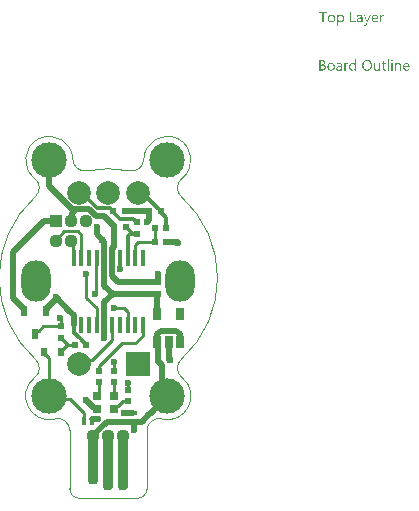
<source format=gtl>
G04*
G04 #@! TF.GenerationSoftware,Altium Limited,Altium Designer,21.9.2 (33)*
G04*
G04 Layer_Physical_Order=1*
G04 Layer_Color=255*
%FSAX25Y25*%
%MOIN*%
G70*
G04*
G04 #@! TF.SameCoordinates,A6586CB6-8B30-4D09-AE0A-FB24D08DFB98*
G04*
G04*
G04 #@! TF.FilePolarity,Positive*
G04*
G01*
G75*
%ADD10C,0.00591*%
%ADD11C,0.00787*%
%ADD12C,0.00394*%
%ADD15R,0.03150X0.02559*%
%ADD16R,0.02165X0.01968*%
%ADD17R,0.01575X0.05315*%
%ADD18R,0.02362X0.03543*%
%ADD19R,0.02165X0.01968*%
%ADD20R,0.02756X0.03937*%
%ADD21R,0.01968X0.02165*%
%ADD23R,0.01968X0.02165*%
G04:AMPARAMS|DCode=24|XSize=35.43mil|YSize=169.29mil|CornerRadius=13.82mil|HoleSize=0mil|Usage=FLASHONLY|Rotation=180.000|XOffset=0mil|YOffset=0mil|HoleType=Round|Shape=RoundedRectangle|*
%AMROUNDEDRECTD24*
21,1,0.03543,0.14165,0,0,180.0*
21,1,0.00780,0.16929,0,0,180.0*
1,1,0.02764,-0.00390,0.07083*
1,1,0.02764,0.00390,0.07083*
1,1,0.02764,0.00390,-0.07083*
1,1,0.02764,-0.00390,-0.07083*
%
%ADD24ROUNDEDRECTD24*%
G04:AMPARAMS|DCode=25|XSize=35.43mil|YSize=188.98mil|CornerRadius=13.82mil|HoleSize=0mil|Usage=FLASHONLY|Rotation=180.000|XOffset=0mil|YOffset=0mil|HoleType=Round|Shape=RoundedRectangle|*
%AMROUNDEDRECTD25*
21,1,0.03543,0.16134,0,0,180.0*
21,1,0.00780,0.18898,0,0,180.0*
1,1,0.02764,-0.00390,0.08067*
1,1,0.02764,0.00390,0.08067*
1,1,0.02764,0.00390,-0.08067*
1,1,0.02764,-0.00390,-0.08067*
%
%ADD25ROUNDEDRECTD25*%
%ADD37C,0.04370*%
%ADD45R,0.01575X0.02756*%
%ADD46R,0.02756X0.01575*%
%ADD47R,0.02362X0.03150*%
%ADD48C,0.00984*%
%ADD49C,0.01968*%
%ADD50C,0.01181*%
%ADD51C,0.01378*%
%ADD52C,0.11811*%
%ADD53R,0.04370X0.04370*%
%ADD54O,0.09843X0.13780*%
%ADD55R,0.07874X0.07874*%
%ADD56C,0.07874*%
%ADD57C,0.02362*%
G36*
X0077616Y0087789D02*
X0077660Y0087783D01*
X0077703Y0087776D01*
X0077814Y0087752D01*
X0077938Y0087714D01*
X0078062Y0087653D01*
X0078124Y0087615D01*
X0078186Y0087566D01*
X0078241Y0087516D01*
X0078297Y0087454D01*
X0078303Y0087448D01*
X0078310Y0087442D01*
X0078322Y0087417D01*
X0078341Y0087393D01*
X0078359Y0087362D01*
X0078384Y0087318D01*
X0078409Y0087269D01*
X0078433Y0087219D01*
X0078458Y0087157D01*
X0078483Y0087089D01*
X0078508Y0087015D01*
X0078526Y0086935D01*
X0078557Y0086755D01*
X0078570Y0086656D01*
Y0086551D01*
Y0086545D01*
Y0086526D01*
Y0086489D01*
X0078563Y0086445D01*
Y0086396D01*
X0078551Y0086334D01*
X0078545Y0086266D01*
X0078532Y0086192D01*
X0078495Y0086031D01*
X0078440Y0085864D01*
X0078402Y0085783D01*
X0078365Y0085703D01*
X0078316Y0085622D01*
X0078260Y0085548D01*
X0078254Y0085542D01*
X0078248Y0085529D01*
X0078229Y0085511D01*
X0078204Y0085492D01*
X0078173Y0085461D01*
X0078136Y0085430D01*
X0078093Y0085393D01*
X0078043Y0085362D01*
X0077988Y0085325D01*
X0077926Y0085288D01*
X0077777Y0085232D01*
X0077697Y0085207D01*
X0077616Y0085189D01*
X0077523Y0085177D01*
X0077424Y0085170D01*
X0077375D01*
X0077344Y0085177D01*
X0077301Y0085183D01*
X0077257Y0085195D01*
X0077146Y0085220D01*
X0077028Y0085269D01*
X0076960Y0085307D01*
X0076898Y0085344D01*
X0076836Y0085393D01*
X0076781Y0085449D01*
X0076719Y0085511D01*
X0076669Y0085585D01*
X0076657D01*
Y0084075D01*
X0076254D01*
Y0087739D01*
X0076657D01*
Y0087294D01*
X0076669D01*
X0076675Y0087300D01*
X0076682Y0087318D01*
X0076700Y0087343D01*
X0076725Y0087374D01*
X0076756Y0087411D01*
X0076793Y0087454D01*
X0076836Y0087498D01*
X0076892Y0087547D01*
X0076948Y0087591D01*
X0077010Y0087634D01*
X0077084Y0087677D01*
X0077158Y0087714D01*
X0077245Y0087752D01*
X0077338Y0087776D01*
X0077431Y0087789D01*
X0077536Y0087795D01*
X0077585D01*
X0077616Y0087789D01*
D02*
G37*
G36*
X0091729Y0087776D02*
X0091804Y0087770D01*
X0091847Y0087758D01*
X0091878Y0087745D01*
Y0087331D01*
X0091872Y0087337D01*
X0091860Y0087343D01*
X0091835Y0087356D01*
X0091804Y0087374D01*
X0091760Y0087386D01*
X0091705Y0087399D01*
X0091643Y0087405D01*
X0091575Y0087411D01*
X0091562D01*
X0091531Y0087405D01*
X0091482Y0087399D01*
X0091426Y0087380D01*
X0091352Y0087349D01*
X0091284Y0087306D01*
X0091210Y0087244D01*
X0091141Y0087164D01*
X0091135Y0087151D01*
X0091117Y0087120D01*
X0091086Y0087064D01*
X0091055Y0086990D01*
X0091024Y0086897D01*
X0090993Y0086780D01*
X0090974Y0086650D01*
X0090968Y0086501D01*
Y0085226D01*
X0090566D01*
Y0087739D01*
X0090968D01*
Y0087219D01*
X0090980D01*
Y0087226D01*
X0090987Y0087232D01*
X0090999Y0087263D01*
X0091018Y0087312D01*
X0091049Y0087374D01*
X0091079Y0087436D01*
X0091129Y0087504D01*
X0091179Y0087572D01*
X0091241Y0087634D01*
X0091247Y0087640D01*
X0091271Y0087659D01*
X0091309Y0087683D01*
X0091358Y0087708D01*
X0091414Y0087733D01*
X0091482Y0087758D01*
X0091556Y0087776D01*
X0091637Y0087783D01*
X0091692D01*
X0091729Y0087776D01*
D02*
G37*
G36*
X0086350Y0084824D02*
X0086344Y0084818D01*
X0086338Y0084793D01*
X0086319Y0084750D01*
X0086295Y0084700D01*
X0086264Y0084644D01*
X0086220Y0084576D01*
X0086177Y0084508D01*
X0086128Y0084434D01*
X0086066Y0084360D01*
X0086004Y0084291D01*
X0085930Y0084223D01*
X0085849Y0084168D01*
X0085769Y0084118D01*
X0085676Y0084075D01*
X0085583Y0084050D01*
X0085478Y0084044D01*
X0085422D01*
X0085385Y0084050D01*
X0085304Y0084062D01*
X0085218Y0084081D01*
Y0084440D01*
X0085224D01*
X0085242Y0084434D01*
X0085267Y0084428D01*
X0085298Y0084421D01*
X0085372Y0084403D01*
X0085453Y0084397D01*
X0085465D01*
X0085502Y0084403D01*
X0085558Y0084415D01*
X0085626Y0084440D01*
X0085700Y0084483D01*
X0085738Y0084514D01*
X0085775Y0084551D01*
X0085812Y0084588D01*
X0085849Y0084638D01*
X0085880Y0084694D01*
X0085911Y0084756D01*
X0086115Y0085226D01*
X0085131Y0087739D01*
X0085577D01*
X0086257Y0085802D01*
Y0085796D01*
X0086264Y0085783D01*
X0086270Y0085765D01*
X0086276Y0085740D01*
X0086282Y0085703D01*
X0086295Y0085666D01*
X0086307Y0085610D01*
X0086326D01*
Y0085622D01*
X0086338Y0085659D01*
X0086350Y0085715D01*
X0086375Y0085796D01*
X0087087Y0087739D01*
X0087502D01*
X0086350Y0084824D01*
D02*
G37*
G36*
X0083943Y0087789D02*
X0083998Y0087783D01*
X0084066Y0087764D01*
X0084141Y0087745D01*
X0084221Y0087714D01*
X0084308Y0087677D01*
X0084388Y0087628D01*
X0084469Y0087566D01*
X0084543Y0087492D01*
X0084611Y0087399D01*
X0084667Y0087294D01*
X0084710Y0087170D01*
X0084735Y0087027D01*
X0084747Y0086860D01*
Y0085226D01*
X0084345D01*
Y0085616D01*
X0084332D01*
Y0085610D01*
X0084320Y0085597D01*
X0084308Y0085573D01*
X0084283Y0085548D01*
X0084221Y0085474D01*
X0084141Y0085393D01*
X0084029Y0085313D01*
X0083899Y0085238D01*
X0083819Y0085214D01*
X0083738Y0085189D01*
X0083652Y0085177D01*
X0083559Y0085170D01*
X0083522D01*
X0083497Y0085177D01*
X0083429Y0085183D01*
X0083348Y0085195D01*
X0083249Y0085220D01*
X0083156Y0085251D01*
X0083057Y0085300D01*
X0082971Y0085362D01*
X0082964Y0085375D01*
X0082940Y0085399D01*
X0082903Y0085443D01*
X0082865Y0085505D01*
X0082828Y0085579D01*
X0082791Y0085666D01*
X0082766Y0085771D01*
X0082760Y0085888D01*
Y0085895D01*
Y0085919D01*
X0082766Y0085957D01*
X0082773Y0086000D01*
X0082785Y0086056D01*
X0082803Y0086118D01*
X0082828Y0086186D01*
X0082865Y0086254D01*
X0082909Y0086328D01*
X0082964Y0086402D01*
X0083033Y0086470D01*
X0083113Y0086532D01*
X0083206Y0086594D01*
X0083317Y0086644D01*
X0083441Y0086681D01*
X0083590Y0086712D01*
X0084345Y0086817D01*
Y0086823D01*
Y0086842D01*
X0084339Y0086879D01*
Y0086916D01*
X0084326Y0086966D01*
X0084320Y0087021D01*
X0084283Y0087139D01*
X0084252Y0087195D01*
X0084221Y0087250D01*
X0084178Y0087306D01*
X0084128Y0087356D01*
X0084066Y0087399D01*
X0083998Y0087430D01*
X0083918Y0087448D01*
X0083825Y0087454D01*
X0083781D01*
X0083751Y0087448D01*
X0083707D01*
X0083664Y0087436D01*
X0083552Y0087417D01*
X0083429Y0087380D01*
X0083293Y0087325D01*
X0083218Y0087287D01*
X0083150Y0087250D01*
X0083076Y0087201D01*
X0083008Y0087145D01*
Y0087560D01*
X0083014D01*
X0083026Y0087572D01*
X0083045Y0087585D01*
X0083076Y0087597D01*
X0083107Y0087615D01*
X0083150Y0087634D01*
X0083200Y0087653D01*
X0083255Y0087677D01*
X0083379Y0087721D01*
X0083528Y0087758D01*
X0083689Y0087783D01*
X0083862Y0087795D01*
X0083899D01*
X0083943Y0087789D01*
D02*
G37*
G36*
X0081052Y0085597D02*
X0082463D01*
Y0085226D01*
X0080637D01*
Y0088742D01*
X0081052D01*
Y0085597D01*
D02*
G37*
G36*
X0072813Y0088371D02*
X0071798D01*
Y0085226D01*
X0071389D01*
Y0088371D01*
X0070374D01*
Y0088742D01*
X0072813D01*
Y0088371D01*
D02*
G37*
G36*
X0089006Y0087789D02*
X0089049Y0087783D01*
X0089093Y0087776D01*
X0089204Y0087758D01*
X0089328Y0087714D01*
X0089452Y0087659D01*
X0089513Y0087622D01*
X0089575Y0087578D01*
X0089631Y0087529D01*
X0089687Y0087473D01*
X0089693Y0087467D01*
X0089699Y0087461D01*
X0089712Y0087442D01*
X0089730Y0087417D01*
X0089749Y0087380D01*
X0089773Y0087343D01*
X0089798Y0087300D01*
X0089823Y0087244D01*
X0089848Y0087182D01*
X0089872Y0087120D01*
X0089897Y0087046D01*
X0089916Y0086966D01*
X0089934Y0086879D01*
X0089947Y0086792D01*
X0089959Y0086693D01*
Y0086588D01*
Y0086377D01*
X0088183D01*
Y0086371D01*
Y0086359D01*
Y0086340D01*
X0088189Y0086309D01*
X0088195Y0086272D01*
Y0086235D01*
X0088214Y0086136D01*
X0088244Y0086037D01*
X0088282Y0085926D01*
X0088337Y0085820D01*
X0088406Y0085728D01*
X0088418Y0085715D01*
X0088443Y0085690D01*
X0088492Y0085659D01*
X0088560Y0085616D01*
X0088647Y0085573D01*
X0088746Y0085542D01*
X0088863Y0085517D01*
X0089000Y0085505D01*
X0089043D01*
X0089074Y0085511D01*
X0089111D01*
X0089154Y0085517D01*
X0089260Y0085542D01*
X0089377Y0085573D01*
X0089507Y0085622D01*
X0089644Y0085690D01*
X0089712Y0085734D01*
X0089780Y0085783D01*
Y0085406D01*
X0089773D01*
X0089767Y0085393D01*
X0089749Y0085387D01*
X0089718Y0085369D01*
X0089687Y0085350D01*
X0089650Y0085331D01*
X0089600Y0085313D01*
X0089551Y0085288D01*
X0089489Y0085263D01*
X0089421Y0085245D01*
X0089272Y0085207D01*
X0089099Y0085183D01*
X0088907Y0085170D01*
X0088857D01*
X0088820Y0085177D01*
X0088777Y0085183D01*
X0088721Y0085189D01*
X0088604Y0085214D01*
X0088467Y0085251D01*
X0088331Y0085313D01*
X0088263Y0085356D01*
X0088195Y0085399D01*
X0088133Y0085449D01*
X0088071Y0085511D01*
X0088065Y0085517D01*
X0088059Y0085529D01*
X0088046Y0085548D01*
X0088022Y0085573D01*
X0088003Y0085610D01*
X0087978Y0085653D01*
X0087947Y0085703D01*
X0087923Y0085759D01*
X0087892Y0085820D01*
X0087867Y0085895D01*
X0087836Y0085975D01*
X0087817Y0086062D01*
X0087799Y0086155D01*
X0087780Y0086254D01*
X0087774Y0086359D01*
X0087768Y0086470D01*
Y0086476D01*
Y0086495D01*
Y0086526D01*
X0087774Y0086569D01*
X0087780Y0086619D01*
X0087787Y0086675D01*
X0087793Y0086743D01*
X0087811Y0086811D01*
X0087848Y0086959D01*
X0087904Y0087120D01*
X0087941Y0087201D01*
X0087991Y0087275D01*
X0088040Y0087356D01*
X0088096Y0087424D01*
X0088102Y0087430D01*
X0088115Y0087442D01*
X0088133Y0087461D01*
X0088158Y0087479D01*
X0088189Y0087510D01*
X0088226Y0087541D01*
X0088275Y0087572D01*
X0088325Y0087609D01*
X0088443Y0087677D01*
X0088585Y0087739D01*
X0088665Y0087758D01*
X0088746Y0087776D01*
X0088833Y0087789D01*
X0088925Y0087795D01*
X0088975D01*
X0089006Y0087789D01*
D02*
G37*
G36*
X0074515D02*
X0074558Y0087783D01*
X0074614Y0087776D01*
X0074738Y0087752D01*
X0074880Y0087708D01*
X0075023Y0087646D01*
X0075097Y0087609D01*
X0075165Y0087566D01*
X0075233Y0087510D01*
X0075295Y0087448D01*
X0075301Y0087442D01*
X0075307Y0087430D01*
X0075326Y0087411D01*
X0075345Y0087386D01*
X0075369Y0087349D01*
X0075394Y0087306D01*
X0075425Y0087256D01*
X0075456Y0087201D01*
X0075481Y0087133D01*
X0075512Y0087064D01*
X0075537Y0086984D01*
X0075561Y0086897D01*
X0075580Y0086805D01*
X0075598Y0086705D01*
X0075604Y0086600D01*
X0075611Y0086489D01*
Y0086483D01*
Y0086464D01*
Y0086433D01*
X0075604Y0086390D01*
X0075598Y0086340D01*
X0075592Y0086278D01*
X0075580Y0086216D01*
X0075567Y0086142D01*
X0075530Y0085994D01*
X0075468Y0085833D01*
X0075431Y0085752D01*
X0075382Y0085672D01*
X0075332Y0085597D01*
X0075270Y0085529D01*
X0075264Y0085523D01*
X0075252Y0085517D01*
X0075233Y0085498D01*
X0075208Y0085474D01*
X0075171Y0085449D01*
X0075134Y0085418D01*
X0075085Y0085381D01*
X0075029Y0085350D01*
X0074967Y0085319D01*
X0074899Y0085282D01*
X0074825Y0085251D01*
X0074744Y0085226D01*
X0074657Y0085201D01*
X0074565Y0085189D01*
X0074466Y0085177D01*
X0074360Y0085170D01*
X0074305D01*
X0074268Y0085177D01*
X0074224Y0085183D01*
X0074168Y0085189D01*
X0074107Y0085201D01*
X0074038Y0085214D01*
X0073896Y0085257D01*
X0073748Y0085319D01*
X0073673Y0085356D01*
X0073605Y0085406D01*
X0073537Y0085455D01*
X0073469Y0085517D01*
X0073463Y0085523D01*
X0073457Y0085536D01*
X0073438Y0085554D01*
X0073419Y0085579D01*
X0073395Y0085616D01*
X0073364Y0085659D01*
X0073333Y0085709D01*
X0073308Y0085765D01*
X0073277Y0085833D01*
X0073246Y0085901D01*
X0073215Y0085975D01*
X0073190Y0086062D01*
X0073153Y0086247D01*
X0073147Y0086347D01*
X0073141Y0086452D01*
Y0086458D01*
Y0086483D01*
Y0086514D01*
X0073147Y0086557D01*
X0073153Y0086607D01*
X0073159Y0086668D01*
X0073172Y0086737D01*
X0073184Y0086811D01*
X0073221Y0086972D01*
X0073283Y0087133D01*
X0073327Y0087213D01*
X0073370Y0087294D01*
X0073419Y0087368D01*
X0073481Y0087436D01*
X0073488Y0087442D01*
X0073500Y0087454D01*
X0073519Y0087467D01*
X0073543Y0087492D01*
X0073580Y0087516D01*
X0073624Y0087547D01*
X0073673Y0087585D01*
X0073729Y0087615D01*
X0073791Y0087646D01*
X0073865Y0087683D01*
X0073939Y0087714D01*
X0074026Y0087739D01*
X0074113Y0087764D01*
X0074212Y0087783D01*
X0074317Y0087789D01*
X0074422Y0087795D01*
X0074478D01*
X0074515Y0087789D01*
D02*
G37*
G36*
X0094583Y0072803D02*
X0094608D01*
X0094664Y0072779D01*
X0094695Y0072760D01*
X0094726Y0072735D01*
X0094732Y0072729D01*
X0094738Y0072723D01*
X0094769Y0072686D01*
X0094794Y0072624D01*
X0094800Y0072587D01*
X0094806Y0072550D01*
Y0072543D01*
Y0072531D01*
X0094800Y0072513D01*
X0094794Y0072488D01*
X0094775Y0072426D01*
X0094750Y0072395D01*
X0094726Y0072364D01*
X0094719D01*
X0094713Y0072351D01*
X0094676Y0072327D01*
X0094620Y0072302D01*
X0094583Y0072296D01*
X0094546Y0072290D01*
X0094527D01*
X0094509Y0072296D01*
X0094484D01*
X0094422Y0072321D01*
X0094391Y0072333D01*
X0094360Y0072358D01*
Y0072364D01*
X0094348Y0072370D01*
X0094336Y0072389D01*
X0094323Y0072407D01*
X0094298Y0072469D01*
X0094292Y0072506D01*
X0094286Y0072550D01*
Y0072556D01*
Y0072568D01*
X0094292Y0072587D01*
X0094298Y0072618D01*
X0094317Y0072673D01*
X0094336Y0072704D01*
X0094360Y0072735D01*
X0094366Y0072742D01*
X0094373Y0072748D01*
X0094410Y0072772D01*
X0094472Y0072797D01*
X0094509Y0072810D01*
X0094564D01*
X0094583Y0072803D01*
D02*
G37*
G36*
X0082593Y0069139D02*
X0082191D01*
Y0069560D01*
X0082178D01*
Y0069554D01*
X0082166Y0069541D01*
X0082147Y0069516D01*
X0082129Y0069485D01*
X0082098Y0069448D01*
X0082061Y0069411D01*
X0082017Y0069368D01*
X0081968Y0069325D01*
X0081912Y0069275D01*
X0081844Y0069232D01*
X0081776Y0069195D01*
X0081695Y0069157D01*
X0081615Y0069126D01*
X0081522Y0069102D01*
X0081423Y0069089D01*
X0081318Y0069083D01*
X0081275D01*
X0081238Y0069089D01*
X0081200Y0069096D01*
X0081151Y0069102D01*
X0081046Y0069126D01*
X0080922Y0069164D01*
X0080798Y0069226D01*
X0080730Y0069263D01*
X0080674Y0069306D01*
X0080612Y0069362D01*
X0080557Y0069417D01*
Y0069424D01*
X0080544Y0069436D01*
X0080532Y0069455D01*
X0080513Y0069479D01*
X0080495Y0069510D01*
X0080470Y0069554D01*
X0080445Y0069603D01*
X0080420Y0069659D01*
X0080389Y0069721D01*
X0080365Y0069789D01*
X0080340Y0069863D01*
X0080321Y0069944D01*
X0080303Y0070030D01*
X0080290Y0070129D01*
X0080284Y0070228D01*
X0080278Y0070334D01*
Y0070340D01*
Y0070358D01*
Y0070395D01*
X0080284Y0070439D01*
X0080290Y0070488D01*
X0080297Y0070550D01*
X0080303Y0070618D01*
X0080315Y0070693D01*
X0080352Y0070854D01*
X0080408Y0071021D01*
X0080445Y0071101D01*
X0080489Y0071182D01*
X0080532Y0071256D01*
X0080588Y0071330D01*
X0080594Y0071336D01*
X0080600Y0071349D01*
X0080618Y0071367D01*
X0080643Y0071392D01*
X0080674Y0071417D01*
X0080717Y0071448D01*
X0080761Y0071485D01*
X0080810Y0071522D01*
X0080934Y0071590D01*
X0081077Y0071652D01*
X0081157Y0071671D01*
X0081244Y0071689D01*
X0081330Y0071702D01*
X0081429Y0071708D01*
X0081479D01*
X0081516Y0071702D01*
X0081553Y0071695D01*
X0081603Y0071689D01*
X0081714Y0071658D01*
X0081838Y0071609D01*
X0081900Y0071578D01*
X0081962Y0071534D01*
X0082024Y0071491D01*
X0082079Y0071435D01*
X0082129Y0071373D01*
X0082178Y0071299D01*
X0082191D01*
Y0072859D01*
X0082593D01*
Y0069139D01*
D02*
G37*
G36*
X0096861Y0071702D02*
X0096935Y0071695D01*
X0097028Y0071677D01*
X0097127Y0071646D01*
X0097232Y0071596D01*
X0097338Y0071528D01*
X0097381Y0071491D01*
X0097424Y0071442D01*
X0097437Y0071429D01*
X0097461Y0071392D01*
X0097492Y0071330D01*
X0097536Y0071244D01*
X0097573Y0071138D01*
X0097610Y0071008D01*
X0097635Y0070854D01*
X0097641Y0070674D01*
Y0069139D01*
X0097239D01*
Y0070569D01*
Y0070575D01*
Y0070606D01*
X0097232Y0070643D01*
Y0070693D01*
X0097220Y0070754D01*
X0097208Y0070823D01*
X0097189Y0070897D01*
X0097164Y0070971D01*
X0097133Y0071045D01*
X0097096Y0071114D01*
X0097047Y0071182D01*
X0096991Y0071244D01*
X0096929Y0071293D01*
X0096849Y0071330D01*
X0096762Y0071361D01*
X0096657Y0071367D01*
X0096644D01*
X0096607Y0071361D01*
X0096552Y0071355D01*
X0096483Y0071336D01*
X0096403Y0071312D01*
X0096316Y0071268D01*
X0096236Y0071213D01*
X0096155Y0071138D01*
X0096149Y0071126D01*
X0096124Y0071101D01*
X0096093Y0071052D01*
X0096056Y0070983D01*
X0096019Y0070903D01*
X0095988Y0070804D01*
X0095964Y0070693D01*
X0095957Y0070569D01*
Y0069139D01*
X0095555D01*
Y0071652D01*
X0095957D01*
Y0071231D01*
X0095970D01*
X0095976Y0071237D01*
X0095982Y0071250D01*
X0096001Y0071275D01*
X0096025Y0071305D01*
X0096050Y0071342D01*
X0096087Y0071380D01*
X0096131Y0071423D01*
X0096180Y0071473D01*
X0096236Y0071516D01*
X0096298Y0071559D01*
X0096366Y0071596D01*
X0096440Y0071633D01*
X0096514Y0071664D01*
X0096601Y0071689D01*
X0096694Y0071702D01*
X0096793Y0071708D01*
X0096830D01*
X0096861Y0071702D01*
D02*
G37*
G36*
X0079863Y0071689D02*
X0079937Y0071683D01*
X0079981Y0071671D01*
X0080012Y0071658D01*
Y0071244D01*
X0080006Y0071250D01*
X0079993Y0071256D01*
X0079969Y0071268D01*
X0079937Y0071287D01*
X0079894Y0071299D01*
X0079839Y0071312D01*
X0079777Y0071318D01*
X0079708Y0071324D01*
X0079696D01*
X0079665Y0071318D01*
X0079616Y0071312D01*
X0079560Y0071293D01*
X0079486Y0071262D01*
X0079418Y0071219D01*
X0079343Y0071157D01*
X0079275Y0071076D01*
X0079269Y0071064D01*
X0079251Y0071033D01*
X0079220Y0070977D01*
X0079189Y0070903D01*
X0079158Y0070810D01*
X0079127Y0070693D01*
X0079108Y0070563D01*
X0079102Y0070414D01*
Y0069139D01*
X0078699D01*
Y0071652D01*
X0079102D01*
Y0071132D01*
X0079114D01*
Y0071138D01*
X0079120Y0071144D01*
X0079133Y0071175D01*
X0079151Y0071225D01*
X0079182Y0071287D01*
X0079213Y0071349D01*
X0079263Y0071417D01*
X0079312Y0071485D01*
X0079374Y0071547D01*
X0079380Y0071553D01*
X0079405Y0071572D01*
X0079442Y0071596D01*
X0079492Y0071621D01*
X0079548Y0071646D01*
X0079616Y0071671D01*
X0079690Y0071689D01*
X0079770Y0071695D01*
X0079826D01*
X0079863Y0071689D01*
D02*
G37*
G36*
X0090603Y0069139D02*
X0090201D01*
Y0069535D01*
X0090188D01*
Y0069529D01*
X0090176Y0069516D01*
X0090163Y0069492D01*
X0090139Y0069467D01*
X0090083Y0069393D01*
X0089996Y0069312D01*
X0089947Y0069269D01*
X0089891Y0069226D01*
X0089829Y0069188D01*
X0089755Y0069151D01*
X0089681Y0069126D01*
X0089600Y0069102D01*
X0089507Y0069089D01*
X0089414Y0069083D01*
X0089377D01*
X0089334Y0069089D01*
X0089272Y0069102D01*
X0089204Y0069114D01*
X0089130Y0069139D01*
X0089049Y0069170D01*
X0088969Y0069219D01*
X0088882Y0069275D01*
X0088802Y0069343D01*
X0088727Y0069430D01*
X0088659Y0069535D01*
X0088597Y0069653D01*
X0088554Y0069795D01*
X0088529Y0069962D01*
X0088517Y0070049D01*
Y0070148D01*
Y0071652D01*
X0088913D01*
Y0070210D01*
Y0070204D01*
Y0070179D01*
X0088919Y0070135D01*
X0088925Y0070086D01*
X0088932Y0070024D01*
X0088944Y0069962D01*
X0088963Y0069888D01*
X0088987Y0069814D01*
X0089025Y0069739D01*
X0089062Y0069671D01*
X0089111Y0069603D01*
X0089173Y0069541D01*
X0089241Y0069492D01*
X0089322Y0069455D01*
X0089421Y0069424D01*
X0089526Y0069417D01*
X0089538D01*
X0089575Y0069424D01*
X0089631Y0069430D01*
X0089693Y0069442D01*
X0089773Y0069473D01*
X0089854Y0069510D01*
X0089934Y0069560D01*
X0090009Y0069634D01*
X0090015Y0069647D01*
X0090040Y0069671D01*
X0090071Y0069721D01*
X0090108Y0069789D01*
X0090139Y0069869D01*
X0090170Y0069968D01*
X0090194Y0070080D01*
X0090201Y0070204D01*
Y0071652D01*
X0090603D01*
Y0069139D01*
D02*
G37*
G36*
X0094738D02*
X0094336D01*
Y0071652D01*
X0094738D01*
Y0069139D01*
D02*
G37*
G36*
X0093518D02*
X0093116D01*
Y0072859D01*
X0093518D01*
Y0069139D01*
D02*
G37*
G36*
X0077140Y0071702D02*
X0077195Y0071695D01*
X0077263Y0071677D01*
X0077338Y0071658D01*
X0077418Y0071627D01*
X0077505Y0071590D01*
X0077585Y0071541D01*
X0077666Y0071479D01*
X0077740Y0071404D01*
X0077808Y0071312D01*
X0077864Y0071206D01*
X0077907Y0071083D01*
X0077932Y0070940D01*
X0077944Y0070773D01*
Y0069139D01*
X0077542D01*
Y0069529D01*
X0077530D01*
Y0069523D01*
X0077517Y0069510D01*
X0077505Y0069485D01*
X0077480Y0069461D01*
X0077418Y0069387D01*
X0077338Y0069306D01*
X0077226Y0069226D01*
X0077096Y0069151D01*
X0077016Y0069126D01*
X0076935Y0069102D01*
X0076849Y0069089D01*
X0076756Y0069083D01*
X0076719D01*
X0076694Y0069089D01*
X0076626Y0069096D01*
X0076545Y0069108D01*
X0076446Y0069133D01*
X0076354Y0069164D01*
X0076254Y0069213D01*
X0076168Y0069275D01*
X0076162Y0069288D01*
X0076137Y0069312D01*
X0076100Y0069356D01*
X0076063Y0069417D01*
X0076025Y0069492D01*
X0075988Y0069578D01*
X0075964Y0069684D01*
X0075957Y0069801D01*
Y0069807D01*
Y0069832D01*
X0075964Y0069869D01*
X0075970Y0069913D01*
X0075982Y0069968D01*
X0076001Y0070030D01*
X0076025Y0070098D01*
X0076063Y0070166D01*
X0076106Y0070241D01*
X0076162Y0070315D01*
X0076230Y0070383D01*
X0076310Y0070445D01*
X0076403Y0070507D01*
X0076515Y0070556D01*
X0076638Y0070594D01*
X0076787Y0070625D01*
X0077542Y0070730D01*
Y0070736D01*
Y0070754D01*
X0077536Y0070792D01*
Y0070829D01*
X0077523Y0070878D01*
X0077517Y0070934D01*
X0077480Y0071052D01*
X0077449Y0071107D01*
X0077418Y0071163D01*
X0077375Y0071219D01*
X0077325Y0071268D01*
X0077263Y0071312D01*
X0077195Y0071342D01*
X0077115Y0071361D01*
X0077022Y0071367D01*
X0076979D01*
X0076948Y0071361D01*
X0076904D01*
X0076861Y0071349D01*
X0076750Y0071330D01*
X0076626Y0071293D01*
X0076490Y0071237D01*
X0076415Y0071200D01*
X0076347Y0071163D01*
X0076273Y0071114D01*
X0076205Y0071058D01*
Y0071473D01*
X0076211D01*
X0076224Y0071485D01*
X0076242Y0071497D01*
X0076273Y0071510D01*
X0076304Y0071528D01*
X0076347Y0071547D01*
X0076397Y0071565D01*
X0076453Y0071590D01*
X0076576Y0071633D01*
X0076725Y0071671D01*
X0076886Y0071695D01*
X0077059Y0071708D01*
X0077096D01*
X0077140Y0071702D01*
D02*
G37*
G36*
X0071451Y0072649D02*
X0071494D01*
X0071538Y0072642D01*
X0071637Y0072630D01*
X0071754Y0072599D01*
X0071878Y0072562D01*
X0071996Y0072506D01*
X0072101Y0072432D01*
X0072107D01*
X0072113Y0072420D01*
X0072144Y0072395D01*
X0072188Y0072345D01*
X0072237Y0072277D01*
X0072281Y0072191D01*
X0072324Y0072092D01*
X0072355Y0071980D01*
X0072367Y0071918D01*
Y0071850D01*
Y0071844D01*
Y0071838D01*
Y0071801D01*
X0072361Y0071745D01*
X0072349Y0071677D01*
X0072330Y0071590D01*
X0072299Y0071504D01*
X0072262Y0071417D01*
X0072206Y0071330D01*
X0072200Y0071318D01*
X0072175Y0071293D01*
X0072138Y0071256D01*
X0072089Y0071206D01*
X0072027Y0071157D01*
X0071952Y0071101D01*
X0071860Y0071058D01*
X0071761Y0071014D01*
Y0071008D01*
X0071779D01*
X0071798Y0071002D01*
X0071816Y0070996D01*
X0071884Y0070983D01*
X0071965Y0070959D01*
X0072052Y0070922D01*
X0072144Y0070878D01*
X0072237Y0070816D01*
X0072324Y0070736D01*
X0072336Y0070723D01*
X0072361Y0070693D01*
X0072392Y0070649D01*
X0072435Y0070581D01*
X0072472Y0070495D01*
X0072510Y0070395D01*
X0072534Y0070278D01*
X0072540Y0070148D01*
Y0070142D01*
Y0070129D01*
Y0070104D01*
X0072534Y0070074D01*
X0072528Y0070037D01*
X0072522Y0069993D01*
X0072497Y0069888D01*
X0072460Y0069770D01*
X0072404Y0069647D01*
X0072367Y0069591D01*
X0072324Y0069529D01*
X0072268Y0069473D01*
X0072212Y0069417D01*
X0072206D01*
X0072200Y0069405D01*
X0072181Y0069393D01*
X0072157Y0069374D01*
X0072126Y0069356D01*
X0072082Y0069331D01*
X0071990Y0069281D01*
X0071872Y0069226D01*
X0071736Y0069182D01*
X0071575Y0069151D01*
X0071494Y0069145D01*
X0071402Y0069139D01*
X0070374D01*
Y0072655D01*
X0071420D01*
X0071451Y0072649D01*
D02*
G37*
G36*
X0091946Y0071652D02*
X0092584D01*
Y0071305D01*
X0091946D01*
Y0069888D01*
Y0069876D01*
Y0069845D01*
X0091952Y0069801D01*
X0091958Y0069745D01*
X0091983Y0069628D01*
X0092002Y0069572D01*
X0092033Y0069529D01*
X0092039Y0069523D01*
X0092051Y0069510D01*
X0092070Y0069498D01*
X0092101Y0069479D01*
X0092138Y0069455D01*
X0092188Y0069442D01*
X0092250Y0069430D01*
X0092318Y0069424D01*
X0092342D01*
X0092373Y0069430D01*
X0092410Y0069436D01*
X0092497Y0069461D01*
X0092540Y0069479D01*
X0092584Y0069504D01*
Y0069157D01*
X0092577D01*
X0092559Y0069145D01*
X0092528Y0069139D01*
X0092485Y0069126D01*
X0092429Y0069114D01*
X0092367Y0069102D01*
X0092293Y0069096D01*
X0092206Y0069089D01*
X0092175D01*
X0092144Y0069096D01*
X0092101Y0069102D01*
X0092051Y0069114D01*
X0091996Y0069126D01*
X0091940Y0069151D01*
X0091878Y0069182D01*
X0091816Y0069219D01*
X0091754Y0069269D01*
X0091699Y0069325D01*
X0091649Y0069399D01*
X0091606Y0069479D01*
X0091575Y0069578D01*
X0091550Y0069690D01*
X0091544Y0069820D01*
Y0071305D01*
X0091117D01*
Y0071652D01*
X0091544D01*
Y0072265D01*
X0091946Y0072395D01*
Y0071652D01*
D02*
G37*
G36*
X0099473Y0071702D02*
X0099516Y0071695D01*
X0099560Y0071689D01*
X0099671Y0071671D01*
X0099795Y0071627D01*
X0099919Y0071572D01*
X0099981Y0071534D01*
X0100043Y0071491D01*
X0100098Y0071442D01*
X0100154Y0071386D01*
X0100160Y0071380D01*
X0100166Y0071373D01*
X0100179Y0071355D01*
X0100197Y0071330D01*
X0100216Y0071293D01*
X0100241Y0071256D01*
X0100266Y0071213D01*
X0100290Y0071157D01*
X0100315Y0071095D01*
X0100340Y0071033D01*
X0100364Y0070959D01*
X0100383Y0070878D01*
X0100402Y0070792D01*
X0100414Y0070705D01*
X0100426Y0070606D01*
Y0070501D01*
Y0070290D01*
X0098650D01*
Y0070284D01*
Y0070272D01*
Y0070253D01*
X0098656Y0070222D01*
X0098662Y0070185D01*
Y0070148D01*
X0098681Y0070049D01*
X0098712Y0069950D01*
X0098749Y0069838D01*
X0098805Y0069733D01*
X0098873Y0069640D01*
X0098885Y0069628D01*
X0098910Y0069603D01*
X0098959Y0069572D01*
X0099028Y0069529D01*
X0099114Y0069485D01*
X0099213Y0069455D01*
X0099331Y0069430D01*
X0099467Y0069417D01*
X0099510D01*
X0099541Y0069424D01*
X0099578D01*
X0099622Y0069430D01*
X0099727Y0069455D01*
X0099845Y0069485D01*
X0099975Y0069535D01*
X0100111Y0069603D01*
X0100179Y0069647D01*
X0100247Y0069696D01*
Y0069318D01*
X0100241D01*
X0100235Y0069306D01*
X0100216Y0069300D01*
X0100185Y0069281D01*
X0100154Y0069263D01*
X0100117Y0069244D01*
X0100067Y0069226D01*
X0100018Y0069201D01*
X0099956Y0069176D01*
X0099888Y0069157D01*
X0099739Y0069120D01*
X0099566Y0069096D01*
X0099374Y0069083D01*
X0099325D01*
X0099287Y0069089D01*
X0099244Y0069096D01*
X0099189Y0069102D01*
X0099071Y0069126D01*
X0098935Y0069164D01*
X0098799Y0069226D01*
X0098730Y0069269D01*
X0098662Y0069312D01*
X0098600Y0069362D01*
X0098539Y0069424D01*
X0098532Y0069430D01*
X0098526Y0069442D01*
X0098514Y0069461D01*
X0098489Y0069485D01*
X0098470Y0069523D01*
X0098446Y0069566D01*
X0098415Y0069616D01*
X0098390Y0069671D01*
X0098359Y0069733D01*
X0098334Y0069807D01*
X0098303Y0069888D01*
X0098285Y0069974D01*
X0098266Y0070067D01*
X0098248Y0070166D01*
X0098241Y0070272D01*
X0098235Y0070383D01*
Y0070389D01*
Y0070408D01*
Y0070439D01*
X0098241Y0070482D01*
X0098248Y0070532D01*
X0098254Y0070587D01*
X0098260Y0070655D01*
X0098278Y0070723D01*
X0098316Y0070872D01*
X0098371Y0071033D01*
X0098409Y0071114D01*
X0098458Y0071188D01*
X0098508Y0071268D01*
X0098563Y0071336D01*
X0098569Y0071342D01*
X0098582Y0071355D01*
X0098600Y0071373D01*
X0098625Y0071392D01*
X0098656Y0071423D01*
X0098693Y0071454D01*
X0098743Y0071485D01*
X0098792Y0071522D01*
X0098910Y0071590D01*
X0099052Y0071652D01*
X0099133Y0071671D01*
X0099213Y0071689D01*
X0099300Y0071702D01*
X0099393Y0071708D01*
X0099442D01*
X0099473Y0071702D01*
D02*
G37*
G36*
X0086431Y0072711D02*
X0086493Y0072704D01*
X0086567Y0072692D01*
X0086647Y0072673D01*
X0086734Y0072655D01*
X0086821Y0072630D01*
X0086920Y0072599D01*
X0087013Y0072556D01*
X0087112Y0072506D01*
X0087211Y0072451D01*
X0087304Y0072382D01*
X0087397Y0072308D01*
X0087483Y0072221D01*
X0087489Y0072215D01*
X0087502Y0072197D01*
X0087527Y0072172D01*
X0087551Y0072135D01*
X0087588Y0072085D01*
X0087625Y0072023D01*
X0087663Y0071955D01*
X0087706Y0071881D01*
X0087749Y0071788D01*
X0087787Y0071695D01*
X0087824Y0071590D01*
X0087861Y0071473D01*
X0087885Y0071355D01*
X0087910Y0071225D01*
X0087923Y0071083D01*
X0087929Y0070940D01*
Y0070928D01*
Y0070903D01*
Y0070860D01*
X0087923Y0070798D01*
X0087916Y0070723D01*
X0087904Y0070643D01*
X0087892Y0070550D01*
X0087873Y0070445D01*
X0087848Y0070340D01*
X0087817Y0070228D01*
X0087780Y0070117D01*
X0087737Y0070006D01*
X0087681Y0069888D01*
X0087619Y0069783D01*
X0087551Y0069677D01*
X0087471Y0069578D01*
X0087465Y0069572D01*
X0087452Y0069560D01*
X0087421Y0069535D01*
X0087390Y0069504D01*
X0087341Y0069461D01*
X0087285Y0069424D01*
X0087223Y0069374D01*
X0087149Y0069331D01*
X0087068Y0069288D01*
X0086976Y0069238D01*
X0086876Y0069201D01*
X0086765Y0069164D01*
X0086647Y0069126D01*
X0086524Y0069102D01*
X0086394Y0069089D01*
X0086251Y0069083D01*
X0086220D01*
X0086177Y0069089D01*
X0086128D01*
X0086066Y0069096D01*
X0085991Y0069108D01*
X0085911Y0069126D01*
X0085818Y0069145D01*
X0085725Y0069170D01*
X0085626Y0069201D01*
X0085527Y0069244D01*
X0085428Y0069288D01*
X0085329Y0069343D01*
X0085230Y0069411D01*
X0085137Y0069485D01*
X0085050Y0069572D01*
X0085044Y0069578D01*
X0085032Y0069597D01*
X0085007Y0069622D01*
X0084982Y0069659D01*
X0084945Y0069708D01*
X0084908Y0069770D01*
X0084871Y0069838D01*
X0084828Y0069919D01*
X0084784Y0070006D01*
X0084747Y0070098D01*
X0084710Y0070204D01*
X0084673Y0070321D01*
X0084648Y0070439D01*
X0084623Y0070569D01*
X0084611Y0070711D01*
X0084605Y0070854D01*
Y0070866D01*
Y0070891D01*
X0084611Y0070934D01*
Y0070996D01*
X0084617Y0071064D01*
X0084630Y0071151D01*
X0084642Y0071244D01*
X0084661Y0071342D01*
X0084685Y0071448D01*
X0084716Y0071559D01*
X0084753Y0071671D01*
X0084797Y0071782D01*
X0084852Y0071893D01*
X0084914Y0072005D01*
X0084982Y0072110D01*
X0085063Y0072209D01*
X0085069Y0072215D01*
X0085081Y0072234D01*
X0085112Y0072259D01*
X0085150Y0072290D01*
X0085193Y0072327D01*
X0085249Y0072370D01*
X0085317Y0072413D01*
X0085391Y0072463D01*
X0085478Y0072513D01*
X0085571Y0072556D01*
X0085669Y0072599D01*
X0085781Y0072636D01*
X0085905Y0072667D01*
X0086035Y0072698D01*
X0086171Y0072711D01*
X0086313Y0072717D01*
X0086381D01*
X0086431Y0072711D01*
D02*
G37*
G36*
X0074404Y0071702D02*
X0074447Y0071695D01*
X0074503Y0071689D01*
X0074626Y0071664D01*
X0074769Y0071621D01*
X0074911Y0071559D01*
X0074986Y0071522D01*
X0075054Y0071479D01*
X0075122Y0071423D01*
X0075184Y0071361D01*
X0075190Y0071355D01*
X0075196Y0071342D01*
X0075215Y0071324D01*
X0075233Y0071299D01*
X0075258Y0071262D01*
X0075283Y0071219D01*
X0075314Y0071169D01*
X0075345Y0071114D01*
X0075369Y0071045D01*
X0075400Y0070977D01*
X0075425Y0070897D01*
X0075450Y0070810D01*
X0075468Y0070717D01*
X0075487Y0070618D01*
X0075493Y0070513D01*
X0075499Y0070402D01*
Y0070395D01*
Y0070377D01*
Y0070346D01*
X0075493Y0070303D01*
X0075487Y0070253D01*
X0075481Y0070191D01*
X0075468Y0070129D01*
X0075456Y0070055D01*
X0075419Y0069907D01*
X0075357Y0069745D01*
X0075320Y0069665D01*
X0075270Y0069585D01*
X0075221Y0069510D01*
X0075159Y0069442D01*
X0075153Y0069436D01*
X0075140Y0069430D01*
X0075122Y0069411D01*
X0075097Y0069387D01*
X0075060Y0069362D01*
X0075023Y0069331D01*
X0074973Y0069294D01*
X0074918Y0069263D01*
X0074856Y0069232D01*
X0074787Y0069195D01*
X0074713Y0069164D01*
X0074633Y0069139D01*
X0074546Y0069114D01*
X0074453Y0069102D01*
X0074354Y0069089D01*
X0074249Y0069083D01*
X0074193D01*
X0074156Y0069089D01*
X0074113Y0069096D01*
X0074057Y0069102D01*
X0073995Y0069114D01*
X0073927Y0069126D01*
X0073785Y0069170D01*
X0073636Y0069232D01*
X0073562Y0069269D01*
X0073494Y0069318D01*
X0073426Y0069368D01*
X0073358Y0069430D01*
X0073351Y0069436D01*
X0073345Y0069448D01*
X0073327Y0069467D01*
X0073308Y0069492D01*
X0073283Y0069529D01*
X0073252Y0069572D01*
X0073221Y0069622D01*
X0073197Y0069677D01*
X0073166Y0069745D01*
X0073135Y0069814D01*
X0073104Y0069888D01*
X0073079Y0069974D01*
X0073042Y0070160D01*
X0073036Y0070259D01*
X0073030Y0070364D01*
Y0070371D01*
Y0070395D01*
Y0070426D01*
X0073036Y0070470D01*
X0073042Y0070519D01*
X0073048Y0070581D01*
X0073061Y0070649D01*
X0073073Y0070723D01*
X0073110Y0070885D01*
X0073172Y0071045D01*
X0073215Y0071126D01*
X0073259Y0071206D01*
X0073308Y0071281D01*
X0073370Y0071349D01*
X0073376Y0071355D01*
X0073388Y0071367D01*
X0073407Y0071380D01*
X0073432Y0071404D01*
X0073469Y0071429D01*
X0073512Y0071460D01*
X0073562Y0071497D01*
X0073618Y0071528D01*
X0073680Y0071559D01*
X0073754Y0071596D01*
X0073828Y0071627D01*
X0073915Y0071652D01*
X0074001Y0071677D01*
X0074100Y0071695D01*
X0074206Y0071702D01*
X0074311Y0071708D01*
X0074366D01*
X0074404Y0071702D01*
D02*
G37*
%LPC*%
G36*
X0077437Y0087454D02*
X0077406D01*
X0077381Y0087448D01*
X0077313Y0087442D01*
X0077232Y0087424D01*
X0077146Y0087393D01*
X0077047Y0087349D01*
X0076954Y0087287D01*
X0076867Y0087207D01*
X0076861Y0087195D01*
X0076836Y0087164D01*
X0076799Y0087114D01*
X0076762Y0087040D01*
X0076725Y0086953D01*
X0076688Y0086848D01*
X0076663Y0086730D01*
X0076657Y0086600D01*
Y0086247D01*
Y0086241D01*
Y0086235D01*
X0076663Y0086198D01*
X0076669Y0086136D01*
X0076682Y0086068D01*
X0076706Y0085981D01*
X0076744Y0085895D01*
X0076793Y0085808D01*
X0076861Y0085721D01*
X0076873Y0085715D01*
X0076898Y0085690D01*
X0076942Y0085653D01*
X0077004Y0085616D01*
X0077078Y0085573D01*
X0077164Y0085542D01*
X0077263Y0085517D01*
X0077375Y0085505D01*
X0077412D01*
X0077437Y0085511D01*
X0077499Y0085517D01*
X0077585Y0085542D01*
X0077672Y0085573D01*
X0077771Y0085622D01*
X0077864Y0085690D01*
X0077907Y0085734D01*
X0077944Y0085783D01*
Y0085789D01*
X0077951Y0085796D01*
X0077963Y0085814D01*
X0077975Y0085833D01*
X0077994Y0085864D01*
X0078013Y0085901D01*
X0078050Y0085988D01*
X0078087Y0086099D01*
X0078124Y0086229D01*
X0078149Y0086384D01*
X0078155Y0086563D01*
Y0086569D01*
Y0086582D01*
Y0086600D01*
Y0086631D01*
X0078149Y0086668D01*
X0078142Y0086705D01*
X0078130Y0086798D01*
X0078105Y0086904D01*
X0078074Y0087015D01*
X0078025Y0087120D01*
X0077963Y0087213D01*
X0077957Y0087226D01*
X0077926Y0087250D01*
X0077882Y0087287D01*
X0077827Y0087337D01*
X0077753Y0087380D01*
X0077660Y0087417D01*
X0077554Y0087442D01*
X0077437Y0087454D01*
D02*
G37*
G36*
X0084345Y0086495D02*
X0083738Y0086408D01*
X0083726D01*
X0083695Y0086402D01*
X0083645Y0086390D01*
X0083583Y0086377D01*
X0083515Y0086359D01*
X0083441Y0086334D01*
X0083379Y0086309D01*
X0083317Y0086272D01*
X0083311Y0086266D01*
X0083293Y0086254D01*
X0083274Y0086229D01*
X0083249Y0086192D01*
X0083218Y0086142D01*
X0083200Y0086080D01*
X0083181Y0086006D01*
X0083175Y0085919D01*
Y0085913D01*
Y0085888D01*
X0083181Y0085857D01*
X0083193Y0085814D01*
X0083206Y0085765D01*
X0083231Y0085715D01*
X0083262Y0085666D01*
X0083305Y0085616D01*
X0083311Y0085610D01*
X0083330Y0085597D01*
X0083361Y0085579D01*
X0083398Y0085560D01*
X0083447Y0085542D01*
X0083509Y0085523D01*
X0083577Y0085511D01*
X0083658Y0085505D01*
X0083670D01*
X0083707Y0085511D01*
X0083763Y0085517D01*
X0083831Y0085529D01*
X0083905Y0085554D01*
X0083992Y0085591D01*
X0084073Y0085647D01*
X0084147Y0085715D01*
X0084153Y0085728D01*
X0084178Y0085752D01*
X0084209Y0085796D01*
X0084246Y0085857D01*
X0084283Y0085938D01*
X0084314Y0086025D01*
X0084339Y0086130D01*
X0084345Y0086241D01*
Y0086495D01*
D02*
G37*
G36*
X0088919Y0087454D02*
X0088870D01*
X0088820Y0087442D01*
X0088752Y0087430D01*
X0088678Y0087405D01*
X0088591Y0087368D01*
X0088511Y0087318D01*
X0088430Y0087250D01*
X0088424Y0087244D01*
X0088399Y0087213D01*
X0088368Y0087170D01*
X0088325Y0087108D01*
X0088282Y0087034D01*
X0088244Y0086941D01*
X0088214Y0086835D01*
X0088189Y0086718D01*
X0089544D01*
Y0086724D01*
Y0086737D01*
Y0086749D01*
Y0086774D01*
X0089538Y0086842D01*
X0089526Y0086916D01*
X0089501Y0087009D01*
X0089476Y0087095D01*
X0089433Y0087182D01*
X0089377Y0087263D01*
X0089371Y0087269D01*
X0089346Y0087294D01*
X0089309Y0087325D01*
X0089260Y0087362D01*
X0089192Y0087393D01*
X0089111Y0087424D01*
X0089025Y0087448D01*
X0088919Y0087454D01*
D02*
G37*
G36*
X0074391D02*
X0074354D01*
X0074329Y0087448D01*
X0074255Y0087442D01*
X0074168Y0087424D01*
X0074069Y0087393D01*
X0073964Y0087343D01*
X0073865Y0087275D01*
X0073816Y0087238D01*
X0073772Y0087188D01*
X0073760Y0087176D01*
X0073735Y0087139D01*
X0073704Y0087083D01*
X0073661Y0087003D01*
X0073618Y0086897D01*
X0073587Y0086774D01*
X0073562Y0086631D01*
X0073549Y0086464D01*
Y0086458D01*
Y0086445D01*
Y0086421D01*
X0073556Y0086390D01*
Y0086353D01*
X0073562Y0086309D01*
X0073580Y0086210D01*
X0073605Y0086099D01*
X0073649Y0085981D01*
X0073704Y0085864D01*
X0073778Y0085759D01*
X0073791Y0085746D01*
X0073822Y0085721D01*
X0073871Y0085678D01*
X0073939Y0085635D01*
X0074026Y0085585D01*
X0074131Y0085542D01*
X0074255Y0085517D01*
X0074391Y0085505D01*
X0074428D01*
X0074453Y0085511D01*
X0074528Y0085517D01*
X0074614Y0085536D01*
X0074707Y0085567D01*
X0074812Y0085610D01*
X0074905Y0085672D01*
X0074992Y0085752D01*
X0074998Y0085765D01*
X0075023Y0085802D01*
X0075060Y0085857D01*
X0075097Y0085938D01*
X0075134Y0086043D01*
X0075171Y0086167D01*
X0075196Y0086309D01*
X0075202Y0086476D01*
Y0086483D01*
Y0086495D01*
Y0086520D01*
Y0086557D01*
X0075196Y0086594D01*
X0075190Y0086637D01*
X0075177Y0086743D01*
X0075153Y0086860D01*
X0075116Y0086978D01*
X0075060Y0087095D01*
X0074992Y0087201D01*
X0074979Y0087213D01*
X0074955Y0087238D01*
X0074905Y0087281D01*
X0074837Y0087331D01*
X0074750Y0087374D01*
X0074651Y0087417D01*
X0074528Y0087442D01*
X0074391Y0087454D01*
D02*
G37*
G36*
X0081479Y0071367D02*
X0081442D01*
X0081417Y0071361D01*
X0081349Y0071355D01*
X0081268Y0071336D01*
X0081176Y0071299D01*
X0081077Y0071250D01*
X0080984Y0071188D01*
X0080940Y0071144D01*
X0080897Y0071095D01*
X0080891Y0071083D01*
X0080866Y0071045D01*
X0080829Y0070983D01*
X0080792Y0070903D01*
X0080755Y0070798D01*
X0080717Y0070668D01*
X0080693Y0070519D01*
X0080686Y0070352D01*
Y0070346D01*
Y0070334D01*
Y0070309D01*
X0080693Y0070278D01*
Y0070247D01*
X0080699Y0070204D01*
X0080711Y0070104D01*
X0080736Y0069993D01*
X0080773Y0069882D01*
X0080823Y0069770D01*
X0080891Y0069665D01*
X0080903Y0069653D01*
X0080928Y0069628D01*
X0080971Y0069585D01*
X0081033Y0069541D01*
X0081114Y0069498D01*
X0081207Y0069455D01*
X0081312Y0069430D01*
X0081436Y0069417D01*
X0081467D01*
X0081491Y0069424D01*
X0081553Y0069430D01*
X0081627Y0069448D01*
X0081714Y0069479D01*
X0081807Y0069516D01*
X0081894Y0069578D01*
X0081980Y0069659D01*
X0081986Y0069671D01*
X0082011Y0069702D01*
X0082048Y0069758D01*
X0082086Y0069826D01*
X0082123Y0069913D01*
X0082160Y0070018D01*
X0082184Y0070142D01*
X0082191Y0070272D01*
Y0070643D01*
Y0070649D01*
Y0070655D01*
Y0070693D01*
X0082178Y0070748D01*
X0082166Y0070823D01*
X0082141Y0070903D01*
X0082104Y0070990D01*
X0082055Y0071076D01*
X0081986Y0071157D01*
X0081980Y0071163D01*
X0081949Y0071188D01*
X0081906Y0071225D01*
X0081850Y0071262D01*
X0081776Y0071299D01*
X0081689Y0071336D01*
X0081590Y0071361D01*
X0081479Y0071367D01*
D02*
G37*
G36*
X0077542Y0070408D02*
X0076935Y0070321D01*
X0076923D01*
X0076892Y0070315D01*
X0076843Y0070303D01*
X0076781Y0070290D01*
X0076713Y0070272D01*
X0076638Y0070247D01*
X0076576Y0070222D01*
X0076515Y0070185D01*
X0076508Y0070179D01*
X0076490Y0070166D01*
X0076471Y0070142D01*
X0076446Y0070104D01*
X0076415Y0070055D01*
X0076397Y0069993D01*
X0076378Y0069919D01*
X0076372Y0069832D01*
Y0069826D01*
Y0069801D01*
X0076378Y0069770D01*
X0076391Y0069727D01*
X0076403Y0069677D01*
X0076428Y0069628D01*
X0076459Y0069578D01*
X0076502Y0069529D01*
X0076508Y0069523D01*
X0076527Y0069510D01*
X0076558Y0069492D01*
X0076595Y0069473D01*
X0076644Y0069455D01*
X0076706Y0069436D01*
X0076775Y0069424D01*
X0076855Y0069417D01*
X0076867D01*
X0076904Y0069424D01*
X0076960Y0069430D01*
X0077028Y0069442D01*
X0077103Y0069467D01*
X0077189Y0069504D01*
X0077270Y0069560D01*
X0077344Y0069628D01*
X0077350Y0069640D01*
X0077375Y0069665D01*
X0077406Y0069708D01*
X0077443Y0069770D01*
X0077480Y0069851D01*
X0077511Y0069937D01*
X0077536Y0070043D01*
X0077542Y0070154D01*
Y0070408D01*
D02*
G37*
G36*
X0071259Y0072283D02*
X0070789D01*
Y0071144D01*
X0071265D01*
X0071327Y0071151D01*
X0071402Y0071163D01*
X0071488Y0071182D01*
X0071581Y0071213D01*
X0071662Y0071250D01*
X0071742Y0071305D01*
X0071748Y0071312D01*
X0071773Y0071336D01*
X0071804Y0071373D01*
X0071841Y0071429D01*
X0071872Y0071491D01*
X0071903Y0071572D01*
X0071928Y0071664D01*
X0071934Y0071770D01*
Y0071776D01*
Y0071794D01*
X0071928Y0071819D01*
X0071921Y0071850D01*
X0071897Y0071931D01*
X0071878Y0071980D01*
X0071847Y0072030D01*
X0071816Y0072073D01*
X0071767Y0072123D01*
X0071717Y0072166D01*
X0071649Y0072203D01*
X0071575Y0072234D01*
X0071482Y0072259D01*
X0071377Y0072277D01*
X0071259Y0072283D01*
D02*
G37*
G36*
Y0070773D02*
X0070789D01*
Y0069510D01*
X0071408D01*
X0071470Y0069516D01*
X0071556Y0069529D01*
X0071643Y0069554D01*
X0071736Y0069578D01*
X0071829Y0069622D01*
X0071909Y0069677D01*
X0071915Y0069684D01*
X0071940Y0069708D01*
X0071971Y0069745D01*
X0072008Y0069801D01*
X0072045Y0069869D01*
X0072076Y0069950D01*
X0072101Y0070049D01*
X0072107Y0070154D01*
Y0070160D01*
Y0070179D01*
X0072101Y0070210D01*
X0072095Y0070253D01*
X0072082Y0070296D01*
X0072064Y0070352D01*
X0072039Y0070408D01*
X0072002Y0070464D01*
X0071959Y0070519D01*
X0071903Y0070575D01*
X0071835Y0070631D01*
X0071748Y0070674D01*
X0071655Y0070717D01*
X0071538Y0070748D01*
X0071408Y0070767D01*
X0071259Y0070773D01*
D02*
G37*
G36*
X0099387Y0071367D02*
X0099337D01*
X0099287Y0071355D01*
X0099219Y0071342D01*
X0099145Y0071318D01*
X0099059Y0071281D01*
X0098978Y0071231D01*
X0098897Y0071163D01*
X0098891Y0071157D01*
X0098867Y0071126D01*
X0098836Y0071083D01*
X0098792Y0071021D01*
X0098749Y0070946D01*
X0098712Y0070854D01*
X0098681Y0070748D01*
X0098656Y0070631D01*
X0100012D01*
Y0070637D01*
Y0070649D01*
Y0070662D01*
Y0070686D01*
X0100005Y0070754D01*
X0099993Y0070829D01*
X0099968Y0070922D01*
X0099944Y0071008D01*
X0099900Y0071095D01*
X0099845Y0071175D01*
X0099838Y0071182D01*
X0099814Y0071206D01*
X0099777Y0071237D01*
X0099727Y0071275D01*
X0099659Y0071305D01*
X0099578Y0071336D01*
X0099492Y0071361D01*
X0099387Y0071367D01*
D02*
G37*
G36*
X0086282Y0072339D02*
X0086227D01*
X0086189Y0072333D01*
X0086140Y0072327D01*
X0086090Y0072321D01*
X0086028Y0072308D01*
X0085960Y0072290D01*
X0085818Y0072240D01*
X0085744Y0072209D01*
X0085663Y0072172D01*
X0085589Y0072123D01*
X0085515Y0072067D01*
X0085447Y0072005D01*
X0085379Y0071937D01*
X0085372Y0071931D01*
X0085366Y0071918D01*
X0085348Y0071893D01*
X0085323Y0071863D01*
X0085298Y0071825D01*
X0085273Y0071776D01*
X0085242Y0071720D01*
X0085211Y0071658D01*
X0085174Y0071584D01*
X0085143Y0071510D01*
X0085119Y0071423D01*
X0085094Y0071330D01*
X0085069Y0071231D01*
X0085050Y0071120D01*
X0085044Y0071008D01*
X0085038Y0070891D01*
Y0070885D01*
Y0070860D01*
Y0070829D01*
X0085044Y0070785D01*
X0085050Y0070730D01*
X0085057Y0070662D01*
X0085069Y0070594D01*
X0085081Y0070519D01*
X0085119Y0070352D01*
X0085180Y0070173D01*
X0085218Y0070086D01*
X0085261Y0070006D01*
X0085317Y0069919D01*
X0085372Y0069845D01*
X0085379Y0069838D01*
X0085391Y0069826D01*
X0085409Y0069807D01*
X0085434Y0069783D01*
X0085465Y0069752D01*
X0085509Y0069721D01*
X0085558Y0069684D01*
X0085608Y0069647D01*
X0085669Y0069609D01*
X0085738Y0069572D01*
X0085886Y0069510D01*
X0085973Y0069485D01*
X0086059Y0069467D01*
X0086152Y0069455D01*
X0086251Y0069448D01*
X0086307D01*
X0086350Y0069455D01*
X0086394Y0069461D01*
X0086456Y0069467D01*
X0086518Y0069479D01*
X0086586Y0069498D01*
X0086728Y0069541D01*
X0086809Y0069572D01*
X0086883Y0069609D01*
X0086957Y0069653D01*
X0087031Y0069702D01*
X0087099Y0069758D01*
X0087168Y0069826D01*
X0087174Y0069832D01*
X0087180Y0069845D01*
X0087198Y0069863D01*
X0087217Y0069894D01*
X0087248Y0069937D01*
X0087273Y0069981D01*
X0087304Y0070037D01*
X0087335Y0070098D01*
X0087366Y0070173D01*
X0087397Y0070253D01*
X0087427Y0070340D01*
X0087452Y0070433D01*
X0087471Y0070532D01*
X0087489Y0070643D01*
X0087495Y0070761D01*
X0087502Y0070885D01*
Y0070891D01*
Y0070915D01*
Y0070953D01*
X0087495Y0070996D01*
X0087489Y0071058D01*
X0087483Y0071126D01*
X0087477Y0071200D01*
X0087458Y0071281D01*
X0087421Y0071448D01*
X0087366Y0071627D01*
X0087328Y0071714D01*
X0087285Y0071801D01*
X0087229Y0071881D01*
X0087174Y0071955D01*
X0087168Y0071961D01*
X0087161Y0071974D01*
X0087143Y0071992D01*
X0087112Y0072017D01*
X0087081Y0072042D01*
X0087044Y0072079D01*
X0086994Y0072110D01*
X0086945Y0072147D01*
X0086883Y0072184D01*
X0086815Y0072215D01*
X0086740Y0072253D01*
X0086660Y0072277D01*
X0086573Y0072302D01*
X0086487Y0072321D01*
X0086387Y0072333D01*
X0086282Y0072339D01*
D02*
G37*
G36*
X0074280Y0071367D02*
X0074243D01*
X0074218Y0071361D01*
X0074144Y0071355D01*
X0074057Y0071336D01*
X0073958Y0071305D01*
X0073853Y0071256D01*
X0073754Y0071188D01*
X0073704Y0071151D01*
X0073661Y0071101D01*
X0073649Y0071089D01*
X0073624Y0071052D01*
X0073593Y0070996D01*
X0073549Y0070915D01*
X0073506Y0070810D01*
X0073475Y0070686D01*
X0073450Y0070544D01*
X0073438Y0070377D01*
Y0070371D01*
Y0070358D01*
Y0070334D01*
X0073444Y0070303D01*
Y0070266D01*
X0073450Y0070222D01*
X0073469Y0070123D01*
X0073494Y0070012D01*
X0073537Y0069894D01*
X0073593Y0069776D01*
X0073667Y0069671D01*
X0073680Y0069659D01*
X0073710Y0069634D01*
X0073760Y0069591D01*
X0073828Y0069547D01*
X0073915Y0069498D01*
X0074020Y0069455D01*
X0074144Y0069430D01*
X0074280Y0069417D01*
X0074317D01*
X0074342Y0069424D01*
X0074416Y0069430D01*
X0074503Y0069448D01*
X0074596Y0069479D01*
X0074701Y0069523D01*
X0074794Y0069585D01*
X0074880Y0069665D01*
X0074887Y0069677D01*
X0074911Y0069715D01*
X0074948Y0069770D01*
X0074986Y0069851D01*
X0075023Y0069956D01*
X0075060Y0070080D01*
X0075085Y0070222D01*
X0075091Y0070389D01*
Y0070395D01*
Y0070408D01*
Y0070433D01*
Y0070470D01*
X0075085Y0070507D01*
X0075078Y0070550D01*
X0075066Y0070655D01*
X0075041Y0070773D01*
X0075004Y0070891D01*
X0074948Y0071008D01*
X0074880Y0071114D01*
X0074868Y0071126D01*
X0074843Y0071151D01*
X0074794Y0071194D01*
X0074726Y0071244D01*
X0074639Y0071287D01*
X0074540Y0071330D01*
X0074416Y0071355D01*
X0074280Y0071367D01*
D02*
G37*
%LPD*%
D10*
X0003918Y0003077D02*
X0003997Y0002998D01*
X0003839Y0006790D02*
X0003918Y0006711D01*
Y0003077D02*
Y0006711D01*
X0001772Y-0039058D02*
X0001985Y-0039272D01*
X0006594Y-0037205D02*
X0006683Y-0037117D01*
D11*
X-0021629Y-0024975D02*
X-0021112Y-0025492D01*
Y-0025900D02*
Y-0025492D01*
D12*
X0024520Y0033155D02*
G03*
X0011812Y0039509I-0004835J0006215D01*
G01*
X-0011812D02*
G03*
X-0024520Y0033155I-0007873J-0000139D01*
G01*
X0007107Y0035717D02*
G03*
X0011812Y0039509I0000768J0003861D01*
G01*
X-0011812D02*
G03*
X-0007107Y0035717I0003936J0000069D01*
G01*
X0007107D02*
G03*
X-0007107Y0035717I-0007107J-0035717D01*
G01*
X0024520Y0033155D02*
G03*
X0024309Y0027116I0002417J-0003108D01*
G01*
X-0024309D02*
G03*
X-0024520Y0033155I-0002628J0002932D01*
G01*
X0024309Y-0027116D02*
G03*
X0024309Y0027116I-0024309J0027116D01*
G01*
X-0024309Y0027116D02*
G03*
X-0024309Y-0027116I0024309J-0027116D01*
G01*
X0024309Y-0027116D02*
G03*
X0024520Y-0033155I0002628J-0002932D01*
G01*
X-0024520Y-0033156D02*
G03*
X-0024309Y-0027116I-0002417J0003108D01*
G01*
X0017769Y-0047008D02*
G03*
X0024520Y-0033155I0001916J0007637D01*
G01*
X-0024520Y-0033156D02*
G03*
X-0017769Y-0047008I0004834J-0006215D01*
G01*
X0017769Y-0047008D02*
G03*
X0012874Y-0050825I-0000958J-0003819D01*
G01*
X-0012874Y-0050825D02*
G03*
X-0017769Y-0047008I-0003937J-0000001D01*
G01*
X-0012874Y-0070276D02*
G03*
X-0009724Y-0073425I0003145J-0000004D01*
G01*
X0009724D02*
G03*
X0012874Y-0070276I0000004J0003145D01*
G01*
Y-0051461D02*
X0012874Y-0050825D01*
X-0012874Y-0050825D02*
X-0012874Y-0051465D01*
X0012874Y-0070276D02*
Y-0051461D01*
X-0012874Y-0070276D02*
Y-0051465D01*
X-0009724Y-0073425D02*
X0009724D01*
D15*
X-0003921Y-0043602D02*
D03*
X0001985D02*
D03*
Y-0039272D02*
D03*
X-0003921D02*
D03*
D16*
X0006594Y-0041142D02*
D03*
Y-0037205D02*
D03*
X-0003150Y-0034843D02*
D03*
Y-0030906D02*
D03*
X0001772D02*
D03*
Y-0034843D02*
D03*
X-0015804Y-0020079D02*
D03*
Y-0016142D02*
D03*
X0009656Y0018700D02*
D03*
Y0014763D02*
D03*
D17*
X-0011516Y0006791D02*
D03*
X-0008957D02*
D03*
X-0006398D02*
D03*
X-0003839D02*
D03*
X-0001280D02*
D03*
X0001280D02*
D03*
X0003839D02*
D03*
X0006398D02*
D03*
X0008957D02*
D03*
X0011516D02*
D03*
Y-0015846D02*
D03*
X0008957D02*
D03*
X0006398D02*
D03*
X0003839D02*
D03*
X0001280D02*
D03*
X-0001280D02*
D03*
X-0003839D02*
D03*
X-0006398D02*
D03*
X-0008957D02*
D03*
X-0011516D02*
D03*
D18*
X-0020780Y-0010933D02*
D03*
X-0028260D02*
D03*
X-0024520Y-0018807D02*
D03*
D19*
X0016418Y-0001476D02*
D03*
Y-0005413D02*
D03*
D20*
X0016339Y-0021358D02*
D03*
X0020079D02*
D03*
X0023819D02*
D03*
Y-0011909D02*
D03*
X0016339D02*
D03*
D21*
X0020394Y-0027486D02*
D03*
X0016457D02*
D03*
X-0007283Y-0022343D02*
D03*
X-0011220D02*
D03*
X0015439Y0011871D02*
D03*
X0019376D02*
D03*
X0005807Y0017126D02*
D03*
X0001870D02*
D03*
X-0001948Y0012717D02*
D03*
X0001989D02*
D03*
D23*
X0019377Y0016732D02*
D03*
X0015440D02*
D03*
X0017421Y0022244D02*
D03*
X0013484D02*
D03*
X0001575Y0022244D02*
D03*
X0005512D02*
D03*
D24*
X-0005000Y-0060236D02*
D03*
D25*
X0005000Y-0061221D02*
D03*
X0000000D02*
D03*
D37*
X-0005000Y-0052559D02*
D03*
X0000000D02*
D03*
X0005000D02*
D03*
X-0012579Y0012298D02*
D03*
Y0018898D02*
D03*
X-0007579D02*
D03*
X-0017579Y0012298D02*
D03*
D45*
X-0005512Y-0047539D02*
D03*
X-0008268D02*
D03*
D46*
X0008216Y-0045114D02*
D03*
Y-0047870D02*
D03*
D47*
X-0015846Y-0024705D02*
D03*
X-0021358D02*
D03*
D48*
X-0008268Y-0047539D02*
Y-0045105D01*
X-0012880Y-0040493D02*
X-0008268Y-0045105D01*
X-0020834Y-0025622D02*
X-0019685Y-0026772D01*
X-0015906Y-0016040D02*
X-0015804Y-0016142D01*
X-0015906Y-0016040D02*
Y-0013487D01*
X-0016009Y-0013384D02*
X-0015906Y-0013487D01*
X-0007380Y-0006572D02*
Y0001423D01*
X-0004085Y-0005167D02*
Y0006545D01*
X-0003839Y0006791D01*
X-0004331Y-0005413D02*
X-0004085Y-0005167D01*
X0006398Y-0014911D02*
Y-0011224D01*
X0001850Y-0009978D02*
X0005152D01*
X0006398Y-0011224D01*
X-0007380Y-0006572D02*
X-0003839Y-0010114D01*
Y-0014139D02*
Y-0010114D01*
X0015439Y0011872D02*
Y0016732D01*
X0015440Y0016732D01*
X0015439Y0011871D02*
X0015439Y0011872D01*
X0008957Y0010925D02*
X0009903Y0011871D01*
X0015439D01*
X0008957Y0006791D02*
Y0010925D01*
X-0012579Y0011381D02*
X-0011811Y0010614D01*
Y0007087D02*
Y0010614D01*
Y0007087D02*
X-0011516Y0006791D01*
X-0012579Y0011381D02*
Y0012298D01*
X-0010240Y0015643D02*
X-0008957Y0014359D01*
X-0017579Y0012742D02*
X-0014678Y0015643D01*
X-0010240D01*
X-0017579Y0012298D02*
Y0012742D01*
X-0023240Y-0017527D02*
X-0021855Y-0016142D01*
X-0015804D01*
X-0024520Y-0018807D02*
Y-0018216D01*
X-0023831Y-0017527D01*
X-0023240D01*
X-0013561Y-0022343D02*
Y-0022343D01*
X-0015213Y-0020691D02*
X-0013561Y-0022343D01*
X-0015213Y-0020691D02*
Y-0020572D01*
X-0015705Y-0020079D02*
X-0015213Y-0020572D01*
X-0015804Y-0020079D02*
X-0015705D01*
X-0013878Y-0022343D02*
X-0013541D01*
X-0011417D01*
X-0015846Y-0024311D02*
X-0013878Y-0022343D01*
X-0015846Y-0024705D02*
Y-0024311D01*
X-0021358Y-0025098D02*
X-0020834Y-0025622D01*
X-0021358Y-0025098D02*
Y-0024705D01*
X-0019685Y-0039370D02*
Y-0026772D01*
X0002871Y-0042717D02*
X0003258D01*
X0004792Y-0041183D02*
X0006554D01*
X0006594Y-0041142D01*
X0003258Y-0042717D02*
X0004792Y-0041183D01*
X0001985Y-0043602D02*
X0002871Y-0042717D01*
X-0003921Y-0039272D02*
X-0003150Y-0038501D01*
Y-0034843D01*
X0000629Y-0025582D02*
X0004407Y-0021804D01*
X-0003150Y-0030906D02*
Y-0029360D01*
X0000629Y-0025582D01*
X0001630Y-0030764D02*
X0001878Y-0030515D01*
Y-0027990D01*
X0001985Y-0027883D01*
X0004407Y-0021804D02*
X0008887D01*
X-0019685Y-0039370D02*
X-0018562Y-0040493D01*
X-0012880D01*
X0001772Y-0039058D02*
Y-0035039D01*
X0006683Y-0037117D02*
Y-0034882D01*
X0001630Y-0030764D02*
X0001772Y-0030906D01*
X0011467Y-0015895D02*
X0011516Y-0015846D01*
X0011467Y-0019224D02*
Y-0015895D01*
X0008887Y-0021804D02*
X0011467Y-0019224D01*
X-0005458Y-0027486D02*
X0001280Y-0020748D01*
Y-0015846D01*
X-0008588Y-0027486D02*
X-0005458D01*
X-0009843Y-0028740D02*
X-0008588Y-0027486D01*
X-0008957Y0006791D02*
Y0014359D01*
D49*
X-0005315Y-0047148D02*
X-0003533D01*
X-0003458Y-0047072D01*
X-0001280Y-0019909D02*
Y-0008093D01*
X0001400Y-0005413D01*
X0016339Y-0011909D02*
Y-0005413D01*
X-0001280Y-0002734D02*
Y0006791D01*
X0016339Y-0005413D02*
X0016418D01*
X0001400D02*
X0016339D01*
X-0001280Y-0002734D02*
X0001400Y-0005413D01*
X-0011516Y-0015846D02*
Y-0012311D01*
X-0017323Y-0006504D02*
X-0012976Y-0010851D01*
Y-0010851D02*
X-0011516Y-0012311D01*
X-0012976Y-0010851D02*
Y-0010851D01*
X-0017398Y-0006473D02*
X-0017323Y-0006398D01*
X-0017398Y-0006961D02*
Y-0006473D01*
X-0020583Y-0010736D02*
Y-0010146D01*
X-0020780Y-0010933D02*
X-0020583Y-0010736D01*
X-0017323Y-0006504D02*
Y-0006398D01*
X-0020583Y-0010146D02*
X-0017398Y-0006961D01*
X0001339Y0000489D02*
Y0009825D01*
X0003304Y-0001476D02*
X0016418D01*
Y0001291D01*
X-0004216Y-0043307D02*
X-0003921Y-0043602D01*
X-0007501Y-0040634D02*
X-0004827Y-0043307D01*
X-0004216D01*
X-0007501Y-0040634D02*
Y-0040582D01*
X-0001281Y-0019910D02*
X-0001280Y-0019909D01*
X0020351Y-0027330D02*
X0020450Y-0027429D01*
X0020276Y-0025000D02*
X0020351Y-0025075D01*
X0020200Y-0024925D02*
X0020276Y-0025000D01*
X0020351Y-0027330D02*
Y-0025075D01*
X0020200Y-0024925D02*
Y-0021480D01*
X0020079Y-0021358D02*
X0020200Y-0021480D01*
X0012874Y0018700D02*
Y0018807D01*
X0013484Y0019417D02*
Y0022244D01*
X0012874Y0018807D02*
X0013484Y0019417D01*
X0005512Y0022244D02*
X0013484D01*
X-0012579Y0018898D02*
X-0012119Y0019357D01*
Y0021591D01*
X-0010878Y0022832D02*
X-0006335D01*
X-0011984D02*
X-0010878D01*
X-0019685Y0039370D02*
X-0019664Y0039349D01*
Y0030512D02*
Y0039349D01*
Y0030512D02*
X-0011984Y0022832D01*
X0001989Y0012717D02*
Y0016908D01*
Y0010475D02*
Y0012717D01*
X0001339Y0000489D02*
X0003304Y-0001476D01*
X0001339Y0009825D02*
X0001989Y0010475D01*
X-0001396Y0006791D02*
Y0012067D01*
X0023251Y0011711D02*
X0023357D01*
X0019376Y0011871D02*
X0023091D01*
X0023251Y0011711D01*
X-0003674Y0014541D02*
Y0016882D01*
X-0001948Y0012717D02*
Y0012815D01*
X-0003674Y0014541D02*
X-0001948Y0012815D01*
X-0003749Y0016957D02*
X-0003674Y0016882D01*
X-0001948Y0012618D02*
X-0001396Y0012067D01*
X0001870Y0017028D02*
X0001989Y0016908D01*
X0001870Y0017126D02*
Y0017224D01*
X-0012119Y0021591D02*
X-0010878Y0022832D01*
X-0004172Y0020669D02*
X-0001575D01*
X-0006335Y0022832D02*
X-0004172Y0020669D01*
X-0001575D02*
X0001870Y0017224D01*
X0016240Y-0018681D02*
X0017393Y-0017527D01*
X0016240Y-0021260D02*
Y-0018681D01*
Y-0021260D02*
X0016339Y-0021358D01*
X0017393Y-0017527D02*
X0022672D01*
X0023825Y-0018681D01*
X0023819Y-0021358D02*
X0023825Y-0021352D01*
Y-0018681D01*
X0008203Y-0045102D02*
X0008216Y-0045114D01*
X0005301Y-0045102D02*
X0008203D01*
X0005289Y-0045090D02*
X0005301Y-0045102D01*
X0011135Y-0047872D02*
X0013706Y-0045302D01*
X0008609Y-0047872D02*
X0011135D01*
X0019685Y-0039370D02*
X0019685D01*
X0017933Y-0037618D02*
X0019685Y-0039370D01*
X-0000489Y-0047870D02*
X0008216D01*
X0013706Y-0045302D02*
X0013753D01*
X0019685Y-0039370D01*
X0016457Y-0027486D02*
Y-0021476D01*
X0016339Y-0021358D02*
X0016457Y-0021476D01*
Y-0027584D02*
Y-0027486D01*
X0017933Y-0037618D02*
Y-0029060D01*
X0016457Y-0027584D02*
X0017933Y-0029060D01*
X-0021591Y0018898D02*
X-0017579D01*
X-0031791Y-0006811D02*
Y0008697D01*
X-0021591Y0018898D01*
X-0028260Y-0010933D02*
Y-0010343D01*
X-0031791Y-0006811D02*
X-0028260Y-0010343D01*
X0008586Y-0050515D02*
X0008661Y-0050591D01*
X0008389Y-0047870D02*
X0008586Y-0048067D01*
Y-0050515D02*
Y-0048067D01*
X-0005000Y-0052381D02*
X-0000489Y-0047870D01*
X-0005000Y-0052559D02*
Y-0052381D01*
D50*
X-0009347Y-0020180D02*
X-0007283Y-0022244D01*
X-0009599Y-0020180D02*
X-0009347D01*
X-0011516Y-0015846D02*
X-0011319Y-0016043D01*
X-0007283Y-0022343D02*
Y-0022244D01*
X-0011319Y-0018460D02*
X-0009599Y-0020180D01*
X-0011319Y-0018460D02*
Y-0016043D01*
X0003933Y0019787D02*
X0008378D01*
X0009072Y0019094D02*
X0009164D01*
X0008378Y0019787D02*
X0009072Y0019094D01*
X0001575Y0022146D02*
X0003933Y0019787D01*
X-0003907Y0023327D02*
X0000492D01*
X-0008926Y0028346D02*
X-0003907Y0023327D01*
X0001083Y0022736D02*
X0001181D01*
X0001575Y0022244D02*
Y0022343D01*
X0001181Y0022736D02*
X0001575Y0022343D01*
X0000492Y0023327D02*
X0001083Y0022736D01*
X0009164Y0019094D02*
X0009556Y0018701D01*
Y0018700D02*
Y0018701D01*
X0001575Y0022146D02*
Y0022244D01*
X-0009843Y0028346D02*
X-0008926D01*
X0007983Y0014763D02*
X0009656D01*
X0007090D02*
X0007983D01*
X0005807Y0017028D02*
X0007983Y0014852D01*
X0005807Y0017028D02*
Y0017126D01*
X0007983Y0014763D02*
Y0014852D01*
X0006398Y0006791D02*
Y0014071D01*
X0007090Y0014763D01*
X0017393Y0022140D02*
Y0022239D01*
Y0022042D02*
Y0022140D01*
X0011285Y0028346D02*
X0017393Y0022239D01*
X0009843Y0028346D02*
X0011285D01*
X0019377Y0016744D02*
Y0020058D01*
Y0016732D02*
Y0016744D01*
X0017393Y0022042D02*
X0019377Y0020058D01*
X0008957Y0006790D02*
X0008957Y0006791D01*
X0019363Y0016758D02*
X0019377Y0016744D01*
D51*
X0000000Y-0052559D02*
Y-0052494D01*
Y-0052559D02*
X0000256Y-0052303D01*
D52*
X-0019685Y0039370D02*
D03*
X0019685Y0039173D02*
D03*
Y-0039370D02*
D03*
X-0019685D02*
D03*
D53*
X-0017579Y0018898D02*
D03*
D54*
X0024016Y-0001181D02*
D03*
X-0024016D02*
D03*
D55*
X0009843Y-0028740D02*
D03*
D56*
Y0028346D02*
D03*
X0000000D02*
D03*
X-0009843D02*
D03*
Y-0028740D02*
D03*
D57*
X-0003458Y-0047072D02*
D03*
X-0017323Y-0006398D02*
D03*
X-0016009Y-0013384D02*
D03*
X0004431Y-0001397D02*
D03*
X-0007380Y0001423D02*
D03*
X-0004331Y-0005413D02*
D03*
X0001850Y-0009978D02*
D03*
X0016418Y0001291D02*
D03*
X-0007501Y-0040582D02*
D03*
X-0001281Y-0019910D02*
D03*
X0020276Y-0025000D02*
D03*
X0012874Y0018700D02*
D03*
X0003997Y0002998D02*
D03*
X-0003749Y0016957D02*
D03*
X0005289Y-0045090D02*
D03*
X0001985Y-0027883D02*
D03*
X0008661Y-0050591D02*
D03*
X0000000Y-0063878D02*
D03*
X0006683Y-0034882D02*
D03*
X0023357Y0011711D02*
D03*
M02*

</source>
